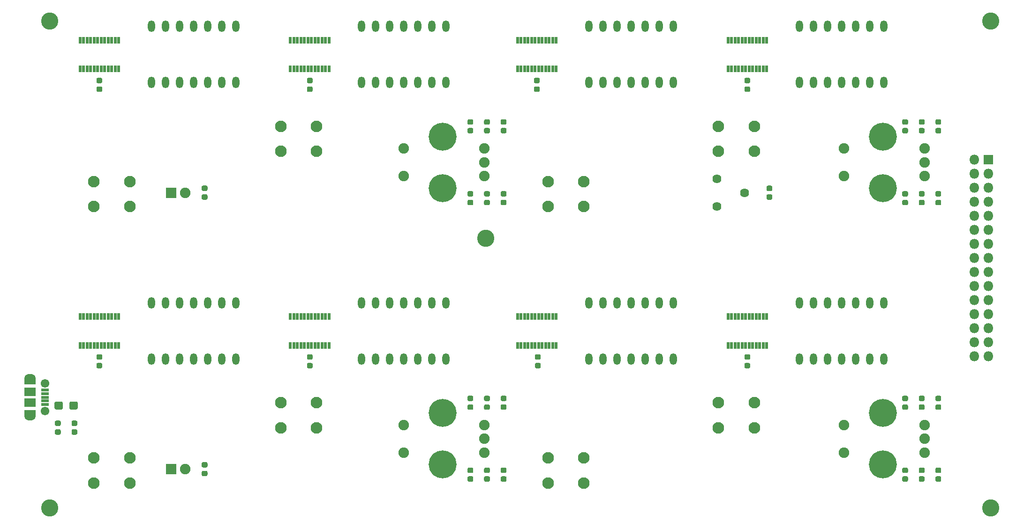
<source format=gbr>
%TF.GenerationSoftware,KiCad,Pcbnew,(5.1.6)-1*%
%TF.CreationDate,2020-09-26T15:19:52-07:00*%
%TF.ProjectId,Cessna 172 nav and com radio,43657373-6e61-4203-9137-32206e617620,rev?*%
%TF.SameCoordinates,Original*%
%TF.FileFunction,Soldermask,Bot*%
%TF.FilePolarity,Negative*%
%FSLAX46Y46*%
G04 Gerber Fmt 4.6, Leading zero omitted, Abs format (unit mm)*
G04 Created by KiCad (PCBNEW (5.1.6)-1) date 2020-09-26 15:19:52*
%MOMM*%
%LPD*%
G01*
G04 APERTURE LIST*
%ADD10C,3.100000*%
%ADD11R,0.500000X1.300000*%
%ADD12C,1.624000*%
%ADD13O,1.300000X2.100000*%
%ADD14C,1.900000*%
%ADD15R,1.900000X1.900000*%
%ADD16C,2.100000*%
%ADD17R,2.000000X1.600000*%
%ADD18C,1.550000*%
%ADD19R,1.450000X0.500000*%
%ADD20O,2.000000X1.300000*%
%ADD21R,2.000000X1.300000*%
%ADD22C,5.050000*%
%ADD23R,1.800000X1.800000*%
%ADD24O,1.800000X1.800000*%
G04 APERTURE END LIST*
D10*
%TO.C,H5*%
X113750000Y-74250000D03*
%TD*%
D11*
%TO.C,U1*%
X40507500Y-38400000D03*
X41142500Y-38400000D03*
X41777500Y-38400000D03*
X42412500Y-38400000D03*
X43047500Y-38400000D03*
X43682500Y-38400000D03*
X44317500Y-38400000D03*
X44952500Y-38400000D03*
X45587500Y-38400000D03*
X46222500Y-38400000D03*
X46857500Y-38400000D03*
X47492500Y-38400000D03*
X47492500Y-43600000D03*
X46857500Y-43600000D03*
X46222500Y-43600000D03*
X45587500Y-43600000D03*
X44952500Y-43600000D03*
X44317500Y-43600000D03*
X43682500Y-43600000D03*
X43047500Y-43600000D03*
X42412500Y-43600000D03*
X41777500Y-43600000D03*
X41142500Y-43600000D03*
X40507500Y-43600000D03*
%TD*%
D12*
%TO.C,RV1*%
X155500000Y-68500000D03*
X155500000Y-63500000D03*
X160500000Y-66000000D03*
%TD*%
D10*
%TO.C,H3*%
X205000000Y-35000000D03*
%TD*%
%TO.C,H4*%
X205000000Y-123000000D03*
%TD*%
%TO.C,H2*%
X35000000Y-123000000D03*
%TD*%
%TO.C,H1*%
X35000000Y-35000000D03*
%TD*%
D13*
%TO.C,U2*%
X68620000Y-46080000D03*
X68620000Y-35920000D03*
X66080000Y-46080000D03*
X66080000Y-35920000D03*
X63540000Y-46080000D03*
X63540000Y-35920000D03*
X61000000Y-46080000D03*
X61000000Y-35920000D03*
X58460000Y-46080000D03*
X58460000Y-35920000D03*
X55920000Y-46080000D03*
X55920000Y-35920000D03*
X53380000Y-46080000D03*
X53380000Y-35920000D03*
%TD*%
%TO.C,U4*%
X106620000Y-46080000D03*
X106620000Y-35920000D03*
X104080000Y-46080000D03*
X104080000Y-35920000D03*
X101540000Y-46080000D03*
X101540000Y-35920000D03*
X99000000Y-46080000D03*
X99000000Y-35920000D03*
X96460000Y-46080000D03*
X96460000Y-35920000D03*
X93920000Y-46080000D03*
X93920000Y-35920000D03*
X91380000Y-46080000D03*
X91380000Y-35920000D03*
%TD*%
%TO.C,U6*%
X147620000Y-46080000D03*
X147620000Y-35920000D03*
X145080000Y-46080000D03*
X145080000Y-35920000D03*
X142540000Y-46080000D03*
X142540000Y-35920000D03*
X140000000Y-46080000D03*
X140000000Y-35920000D03*
X137460000Y-46080000D03*
X137460000Y-35920000D03*
X134920000Y-46080000D03*
X134920000Y-35920000D03*
X132380000Y-46080000D03*
X132380000Y-35920000D03*
%TD*%
%TO.C,U8*%
X185620000Y-46080000D03*
X185620000Y-35920000D03*
X183080000Y-46080000D03*
X183080000Y-35920000D03*
X180540000Y-46080000D03*
X180540000Y-35920000D03*
X178000000Y-46080000D03*
X178000000Y-35920000D03*
X175460000Y-46080000D03*
X175460000Y-35920000D03*
X172920000Y-46080000D03*
X172920000Y-35920000D03*
X170380000Y-46080000D03*
X170380000Y-35920000D03*
%TD*%
D14*
%TO.C,D3*%
X59540000Y-66000000D03*
D15*
X57000000Y-66000000D03*
%TD*%
D11*
%TO.C,U3*%
X78507500Y-43600000D03*
X79142500Y-43600000D03*
X79777500Y-43600000D03*
X80412500Y-43600000D03*
X81047500Y-43600000D03*
X81682500Y-43600000D03*
X82317500Y-43600000D03*
X82952500Y-43600000D03*
X83587500Y-43600000D03*
X84222500Y-43600000D03*
X84857500Y-43600000D03*
X85492500Y-43600000D03*
X85492500Y-38400000D03*
X84857500Y-38400000D03*
X84222500Y-38400000D03*
X83587500Y-38400000D03*
X82952500Y-38400000D03*
X82317500Y-38400000D03*
X81682500Y-38400000D03*
X81047500Y-38400000D03*
X80412500Y-38400000D03*
X79777500Y-38400000D03*
X79142500Y-38400000D03*
X78507500Y-38400000D03*
%TD*%
%TO.C,U5*%
X119507500Y-43600000D03*
X120142500Y-43600000D03*
X120777500Y-43600000D03*
X121412500Y-43600000D03*
X122047500Y-43600000D03*
X122682500Y-43600000D03*
X123317500Y-43600000D03*
X123952500Y-43600000D03*
X124587500Y-43600000D03*
X125222500Y-43600000D03*
X125857500Y-43600000D03*
X126492500Y-43600000D03*
X126492500Y-38400000D03*
X125857500Y-38400000D03*
X125222500Y-38400000D03*
X124587500Y-38400000D03*
X123952500Y-38400000D03*
X123317500Y-38400000D03*
X122682500Y-38400000D03*
X122047500Y-38400000D03*
X121412500Y-38400000D03*
X120777500Y-38400000D03*
X120142500Y-38400000D03*
X119507500Y-38400000D03*
%TD*%
%TO.C,U7*%
X157507500Y-38400000D03*
X158142500Y-38400000D03*
X158777500Y-38400000D03*
X159412500Y-38400000D03*
X160047500Y-38400000D03*
X160682500Y-38400000D03*
X161317500Y-38400000D03*
X161952500Y-38400000D03*
X162587500Y-38400000D03*
X163222500Y-38400000D03*
X163857500Y-38400000D03*
X164492500Y-38400000D03*
X164492500Y-43600000D03*
X163857500Y-43600000D03*
X163222500Y-43600000D03*
X162587500Y-43600000D03*
X161952500Y-43600000D03*
X161317500Y-43600000D03*
X160682500Y-43600000D03*
X160047500Y-43600000D03*
X159412500Y-43600000D03*
X158777500Y-43600000D03*
X158142500Y-43600000D03*
X157507500Y-43600000D03*
%TD*%
D16*
%TO.C,SW1*%
X76750000Y-58500000D03*
X76750000Y-54000000D03*
X83250000Y-58500000D03*
X83250000Y-54000000D03*
%TD*%
%TO.C,SW2*%
X162250000Y-54000000D03*
X162250000Y-58500000D03*
X155750000Y-54000000D03*
X155750000Y-58500000D03*
%TD*%
%TO.C,SW3*%
X125000000Y-68500000D03*
X125000000Y-64000000D03*
X131500000Y-68500000D03*
X131500000Y-64000000D03*
%TD*%
D17*
%TO.C,J2*%
X31462500Y-102000000D03*
D18*
X34162500Y-105500000D03*
D19*
X34162500Y-103650000D03*
X34162500Y-104300000D03*
X34162500Y-101700000D03*
X34162500Y-102350000D03*
X34162500Y-103000000D03*
D18*
X34162500Y-100500000D03*
D17*
X31462500Y-104000000D03*
D20*
X31462500Y-106500000D03*
X31462500Y-99500000D03*
D21*
X31462500Y-100100000D03*
X31462500Y-105900000D03*
%TD*%
D22*
%TO.C,J3*%
X106000000Y-55850000D03*
X106000000Y-65150000D03*
D14*
X99000000Y-58000000D03*
X99000000Y-63000000D03*
X113500000Y-60500000D03*
X113500000Y-58000000D03*
X113500000Y-63000000D03*
%TD*%
%TO.C,J4*%
X193000000Y-63000000D03*
X193000000Y-58000000D03*
X193000000Y-60500000D03*
X178500000Y-63000000D03*
X178500000Y-58000000D03*
D22*
X185500000Y-65150000D03*
X185500000Y-55850000D03*
%TD*%
D14*
%TO.C,D6*%
X59540000Y-116000000D03*
D15*
X57000000Y-116000000D03*
%TD*%
D14*
%TO.C,J1*%
X113500000Y-113000000D03*
X113500000Y-108000000D03*
X113500000Y-110500000D03*
X99000000Y-113000000D03*
X99000000Y-108000000D03*
D22*
X106000000Y-115150000D03*
X106000000Y-105850000D03*
%TD*%
%TO.C,J6*%
X185500000Y-105850000D03*
X185500000Y-115150000D03*
D14*
X178500000Y-108000000D03*
X178500000Y-113000000D03*
X193000000Y-110500000D03*
X193000000Y-108000000D03*
X193000000Y-113000000D03*
%TD*%
D16*
%TO.C,SW4*%
X76750000Y-108500000D03*
X76750000Y-104000000D03*
X83250000Y-108500000D03*
X83250000Y-104000000D03*
%TD*%
%TO.C,SW5*%
X162250000Y-104000000D03*
X162250000Y-108500000D03*
X155750000Y-104000000D03*
X155750000Y-108500000D03*
%TD*%
%TO.C,SW6*%
X125000000Y-118500000D03*
X125000000Y-114000000D03*
X131500000Y-118500000D03*
X131500000Y-114000000D03*
%TD*%
D11*
%TO.C,U9*%
X40507500Y-93600000D03*
X41142500Y-93600000D03*
X41777500Y-93600000D03*
X42412500Y-93600000D03*
X43047500Y-93600000D03*
X43682500Y-93600000D03*
X44317500Y-93600000D03*
X44952500Y-93600000D03*
X45587500Y-93600000D03*
X46222500Y-93600000D03*
X46857500Y-93600000D03*
X47492500Y-93600000D03*
X47492500Y-88400000D03*
X46857500Y-88400000D03*
X46222500Y-88400000D03*
X45587500Y-88400000D03*
X44952500Y-88400000D03*
X44317500Y-88400000D03*
X43682500Y-88400000D03*
X43047500Y-88400000D03*
X42412500Y-88400000D03*
X41777500Y-88400000D03*
X41142500Y-88400000D03*
X40507500Y-88400000D03*
%TD*%
D13*
%TO.C,U10*%
X53380000Y-85920000D03*
X53380000Y-96080000D03*
X55920000Y-85920000D03*
X55920000Y-96080000D03*
X58460000Y-85920000D03*
X58460000Y-96080000D03*
X61000000Y-85920000D03*
X61000000Y-96080000D03*
X63540000Y-85920000D03*
X63540000Y-96080000D03*
X66080000Y-85920000D03*
X66080000Y-96080000D03*
X68620000Y-85920000D03*
X68620000Y-96080000D03*
%TD*%
D11*
%TO.C,U11*%
X119507500Y-88400000D03*
X120142500Y-88400000D03*
X120777500Y-88400000D03*
X121412500Y-88400000D03*
X122047500Y-88400000D03*
X122682500Y-88400000D03*
X123317500Y-88400000D03*
X123952500Y-88400000D03*
X124587500Y-88400000D03*
X125222500Y-88400000D03*
X125857500Y-88400000D03*
X126492500Y-88400000D03*
X126492500Y-93600000D03*
X125857500Y-93600000D03*
X125222500Y-93600000D03*
X124587500Y-93600000D03*
X123952500Y-93600000D03*
X123317500Y-93600000D03*
X122682500Y-93600000D03*
X122047500Y-93600000D03*
X121412500Y-93600000D03*
X120777500Y-93600000D03*
X120142500Y-93600000D03*
X119507500Y-93600000D03*
%TD*%
D13*
%TO.C,U12*%
X147620000Y-96080000D03*
X147620000Y-85920000D03*
X145080000Y-96080000D03*
X145080000Y-85920000D03*
X142540000Y-96080000D03*
X142540000Y-85920000D03*
X140000000Y-96080000D03*
X140000000Y-85920000D03*
X137460000Y-96080000D03*
X137460000Y-85920000D03*
X134920000Y-96080000D03*
X134920000Y-85920000D03*
X132380000Y-96080000D03*
X132380000Y-85920000D03*
%TD*%
D11*
%TO.C,U13*%
X157507500Y-93600000D03*
X158142500Y-93600000D03*
X158777500Y-93600000D03*
X159412500Y-93600000D03*
X160047500Y-93600000D03*
X160682500Y-93600000D03*
X161317500Y-93600000D03*
X161952500Y-93600000D03*
X162587500Y-93600000D03*
X163222500Y-93600000D03*
X163857500Y-93600000D03*
X164492500Y-93600000D03*
X164492500Y-88400000D03*
X163857500Y-88400000D03*
X163222500Y-88400000D03*
X162587500Y-88400000D03*
X161952500Y-88400000D03*
X161317500Y-88400000D03*
X160682500Y-88400000D03*
X160047500Y-88400000D03*
X159412500Y-88400000D03*
X158777500Y-88400000D03*
X158142500Y-88400000D03*
X157507500Y-88400000D03*
%TD*%
D13*
%TO.C,U14*%
X185620000Y-96080000D03*
X185620000Y-85920000D03*
X183080000Y-96080000D03*
X183080000Y-85920000D03*
X180540000Y-96080000D03*
X180540000Y-85920000D03*
X178000000Y-96080000D03*
X178000000Y-85920000D03*
X175460000Y-96080000D03*
X175460000Y-85920000D03*
X172920000Y-96080000D03*
X172920000Y-85920000D03*
X170380000Y-96080000D03*
X170380000Y-85920000D03*
%TD*%
D11*
%TO.C,U15*%
X78507500Y-88400000D03*
X79142500Y-88400000D03*
X79777500Y-88400000D03*
X80412500Y-88400000D03*
X81047500Y-88400000D03*
X81682500Y-88400000D03*
X82317500Y-88400000D03*
X82952500Y-88400000D03*
X83587500Y-88400000D03*
X84222500Y-88400000D03*
X84857500Y-88400000D03*
X85492500Y-88400000D03*
X85492500Y-93600000D03*
X84857500Y-93600000D03*
X84222500Y-93600000D03*
X83587500Y-93600000D03*
X82952500Y-93600000D03*
X82317500Y-93600000D03*
X81682500Y-93600000D03*
X81047500Y-93600000D03*
X80412500Y-93600000D03*
X79777500Y-93600000D03*
X79142500Y-93600000D03*
X78507500Y-93600000D03*
%TD*%
D13*
%TO.C,U16*%
X91380000Y-85920000D03*
X91380000Y-96080000D03*
X93920000Y-85920000D03*
X93920000Y-96080000D03*
X96460000Y-85920000D03*
X96460000Y-96080000D03*
X99000000Y-85920000D03*
X99000000Y-96080000D03*
X101540000Y-85920000D03*
X101540000Y-96080000D03*
X104080000Y-85920000D03*
X104080000Y-96080000D03*
X106620000Y-85920000D03*
X106620000Y-96080000D03*
%TD*%
D16*
%TO.C,SW7*%
X43000000Y-68500000D03*
X43000000Y-64000000D03*
X49500000Y-68500000D03*
X49500000Y-64000000D03*
%TD*%
%TO.C,SW8*%
X49500000Y-114000000D03*
X49500000Y-118500000D03*
X43000000Y-114000000D03*
X43000000Y-118500000D03*
%TD*%
D23*
%TO.C,J5*%
X204500000Y-60000000D03*
D24*
X201960000Y-60000000D03*
X204500000Y-62540000D03*
X201960000Y-62540000D03*
X204500000Y-65080000D03*
X201960000Y-65080000D03*
X204500000Y-67620000D03*
X201960000Y-67620000D03*
X204500000Y-70160000D03*
X201960000Y-70160000D03*
X204500000Y-72700000D03*
X201960000Y-72700000D03*
X204500000Y-75240000D03*
X201960000Y-75240000D03*
X204500000Y-77780000D03*
X201960000Y-77780000D03*
X204500000Y-80320000D03*
X201960000Y-80320000D03*
X204500000Y-82860000D03*
X201960000Y-82860000D03*
X204500000Y-85400000D03*
X201960000Y-85400000D03*
X204500000Y-87940000D03*
X201960000Y-87940000D03*
X204500000Y-90480000D03*
X201960000Y-90480000D03*
X204500000Y-93020000D03*
X201960000Y-93020000D03*
X204500000Y-95560000D03*
X201960000Y-95560000D03*
%TD*%
%TO.C,C1*%
G36*
G01*
X35900000Y-104956482D02*
X35900000Y-104043518D01*
G75*
G02*
X36168518Y-103775000I268518J0D01*
G01*
X37131482Y-103775000D01*
G75*
G02*
X37400000Y-104043518I0J-268518D01*
G01*
X37400000Y-104956482D01*
G75*
G02*
X37131482Y-105225000I-268518J0D01*
G01*
X36168518Y-105225000D01*
G75*
G02*
X35900000Y-104956482I0J268518D01*
G01*
G37*
G36*
G01*
X38600000Y-104956482D02*
X38600000Y-104043518D01*
G75*
G02*
X38868518Y-103775000I268518J0D01*
G01*
X39831482Y-103775000D01*
G75*
G02*
X40100000Y-104043518I0J-268518D01*
G01*
X40100000Y-104956482D01*
G75*
G02*
X39831482Y-105225000I-268518J0D01*
G01*
X38868518Y-105225000D01*
G75*
G02*
X38600000Y-104956482I0J268518D01*
G01*
G37*
%TD*%
%TO.C,C2*%
G36*
G01*
X43718750Y-45225000D02*
X44281250Y-45225000D01*
G75*
G02*
X44525000Y-45468750I0J-243750D01*
G01*
X44525000Y-45956250D01*
G75*
G02*
X44281250Y-46200000I-243750J0D01*
G01*
X43718750Y-46200000D01*
G75*
G02*
X43475000Y-45956250I0J243750D01*
G01*
X43475000Y-45468750D01*
G75*
G02*
X43718750Y-45225000I243750J0D01*
G01*
G37*
G36*
G01*
X43718750Y-46800000D02*
X44281250Y-46800000D01*
G75*
G02*
X44525000Y-47043750I0J-243750D01*
G01*
X44525000Y-47531250D01*
G75*
G02*
X44281250Y-47775000I-243750J0D01*
G01*
X43718750Y-47775000D01*
G75*
G02*
X43475000Y-47531250I0J243750D01*
G01*
X43475000Y-47043750D01*
G75*
G02*
X43718750Y-46800000I243750J0D01*
G01*
G37*
%TD*%
%TO.C,C3*%
G36*
G01*
X81718750Y-46800000D02*
X82281250Y-46800000D01*
G75*
G02*
X82525000Y-47043750I0J-243750D01*
G01*
X82525000Y-47531250D01*
G75*
G02*
X82281250Y-47775000I-243750J0D01*
G01*
X81718750Y-47775000D01*
G75*
G02*
X81475000Y-47531250I0J243750D01*
G01*
X81475000Y-47043750D01*
G75*
G02*
X81718750Y-46800000I243750J0D01*
G01*
G37*
G36*
G01*
X81718750Y-45225000D02*
X82281250Y-45225000D01*
G75*
G02*
X82525000Y-45468750I0J-243750D01*
G01*
X82525000Y-45956250D01*
G75*
G02*
X82281250Y-46200000I-243750J0D01*
G01*
X81718750Y-46200000D01*
G75*
G02*
X81475000Y-45956250I0J243750D01*
G01*
X81475000Y-45468750D01*
G75*
G02*
X81718750Y-45225000I243750J0D01*
G01*
G37*
%TD*%
%TO.C,C4*%
G36*
G01*
X122718750Y-46800000D02*
X123281250Y-46800000D01*
G75*
G02*
X123525000Y-47043750I0J-243750D01*
G01*
X123525000Y-47531250D01*
G75*
G02*
X123281250Y-47775000I-243750J0D01*
G01*
X122718750Y-47775000D01*
G75*
G02*
X122475000Y-47531250I0J243750D01*
G01*
X122475000Y-47043750D01*
G75*
G02*
X122718750Y-46800000I243750J0D01*
G01*
G37*
G36*
G01*
X122718750Y-45225000D02*
X123281250Y-45225000D01*
G75*
G02*
X123525000Y-45468750I0J-243750D01*
G01*
X123525000Y-45956250D01*
G75*
G02*
X123281250Y-46200000I-243750J0D01*
G01*
X122718750Y-46200000D01*
G75*
G02*
X122475000Y-45956250I0J243750D01*
G01*
X122475000Y-45468750D01*
G75*
G02*
X122718750Y-45225000I243750J0D01*
G01*
G37*
%TD*%
%TO.C,C5*%
G36*
G01*
X160718750Y-45225000D02*
X161281250Y-45225000D01*
G75*
G02*
X161525000Y-45468750I0J-243750D01*
G01*
X161525000Y-45956250D01*
G75*
G02*
X161281250Y-46200000I-243750J0D01*
G01*
X160718750Y-46200000D01*
G75*
G02*
X160475000Y-45956250I0J243750D01*
G01*
X160475000Y-45468750D01*
G75*
G02*
X160718750Y-45225000I243750J0D01*
G01*
G37*
G36*
G01*
X160718750Y-46800000D02*
X161281250Y-46800000D01*
G75*
G02*
X161525000Y-47043750I0J-243750D01*
G01*
X161525000Y-47531250D01*
G75*
G02*
X161281250Y-47775000I-243750J0D01*
G01*
X160718750Y-47775000D01*
G75*
G02*
X160475000Y-47531250I0J243750D01*
G01*
X160475000Y-47043750D01*
G75*
G02*
X160718750Y-46800000I243750J0D01*
G01*
G37*
%TD*%
%TO.C,C6*%
G36*
G01*
X114281250Y-68275000D02*
X113718750Y-68275000D01*
G75*
G02*
X113475000Y-68031250I0J243750D01*
G01*
X113475000Y-67543750D01*
G75*
G02*
X113718750Y-67300000I243750J0D01*
G01*
X114281250Y-67300000D01*
G75*
G02*
X114525000Y-67543750I0J-243750D01*
G01*
X114525000Y-68031250D01*
G75*
G02*
X114281250Y-68275000I-243750J0D01*
G01*
G37*
G36*
G01*
X114281250Y-66700000D02*
X113718750Y-66700000D01*
G75*
G02*
X113475000Y-66456250I0J243750D01*
G01*
X113475000Y-65968750D01*
G75*
G02*
X113718750Y-65725000I243750J0D01*
G01*
X114281250Y-65725000D01*
G75*
G02*
X114525000Y-65968750I0J-243750D01*
G01*
X114525000Y-66456250D01*
G75*
G02*
X114281250Y-66700000I-243750J0D01*
G01*
G37*
%TD*%
%TO.C,C7*%
G36*
G01*
X114281250Y-53700000D02*
X113718750Y-53700000D01*
G75*
G02*
X113475000Y-53456250I0J243750D01*
G01*
X113475000Y-52968750D01*
G75*
G02*
X113718750Y-52725000I243750J0D01*
G01*
X114281250Y-52725000D01*
G75*
G02*
X114525000Y-52968750I0J-243750D01*
G01*
X114525000Y-53456250D01*
G75*
G02*
X114281250Y-53700000I-243750J0D01*
G01*
G37*
G36*
G01*
X114281250Y-55275000D02*
X113718750Y-55275000D01*
G75*
G02*
X113475000Y-55031250I0J243750D01*
G01*
X113475000Y-54543750D01*
G75*
G02*
X113718750Y-54300000I243750J0D01*
G01*
X114281250Y-54300000D01*
G75*
G02*
X114525000Y-54543750I0J-243750D01*
G01*
X114525000Y-55031250D01*
G75*
G02*
X114281250Y-55275000I-243750J0D01*
G01*
G37*
%TD*%
%TO.C,C8*%
G36*
G01*
X192781250Y-68275000D02*
X192218750Y-68275000D01*
G75*
G02*
X191975000Y-68031250I0J243750D01*
G01*
X191975000Y-67543750D01*
G75*
G02*
X192218750Y-67300000I243750J0D01*
G01*
X192781250Y-67300000D01*
G75*
G02*
X193025000Y-67543750I0J-243750D01*
G01*
X193025000Y-68031250D01*
G75*
G02*
X192781250Y-68275000I-243750J0D01*
G01*
G37*
G36*
G01*
X192781250Y-66700000D02*
X192218750Y-66700000D01*
G75*
G02*
X191975000Y-66456250I0J243750D01*
G01*
X191975000Y-65968750D01*
G75*
G02*
X192218750Y-65725000I243750J0D01*
G01*
X192781250Y-65725000D01*
G75*
G02*
X193025000Y-65968750I0J-243750D01*
G01*
X193025000Y-66456250D01*
G75*
G02*
X192781250Y-66700000I-243750J0D01*
G01*
G37*
%TD*%
%TO.C,C9*%
G36*
G01*
X192781250Y-53700000D02*
X192218750Y-53700000D01*
G75*
G02*
X191975000Y-53456250I0J243750D01*
G01*
X191975000Y-52968750D01*
G75*
G02*
X192218750Y-52725000I243750J0D01*
G01*
X192781250Y-52725000D01*
G75*
G02*
X193025000Y-52968750I0J-243750D01*
G01*
X193025000Y-53456250D01*
G75*
G02*
X192781250Y-53700000I-243750J0D01*
G01*
G37*
G36*
G01*
X192781250Y-55275000D02*
X192218750Y-55275000D01*
G75*
G02*
X191975000Y-55031250I0J243750D01*
G01*
X191975000Y-54543750D01*
G75*
G02*
X192218750Y-54300000I243750J0D01*
G01*
X192781250Y-54300000D01*
G75*
G02*
X193025000Y-54543750I0J-243750D01*
G01*
X193025000Y-55031250D01*
G75*
G02*
X192781250Y-55275000I-243750J0D01*
G01*
G37*
%TD*%
%TO.C,C12*%
G36*
G01*
X43718750Y-95225000D02*
X44281250Y-95225000D01*
G75*
G02*
X44525000Y-95468750I0J-243750D01*
G01*
X44525000Y-95956250D01*
G75*
G02*
X44281250Y-96200000I-243750J0D01*
G01*
X43718750Y-96200000D01*
G75*
G02*
X43475000Y-95956250I0J243750D01*
G01*
X43475000Y-95468750D01*
G75*
G02*
X43718750Y-95225000I243750J0D01*
G01*
G37*
G36*
G01*
X43718750Y-96800000D02*
X44281250Y-96800000D01*
G75*
G02*
X44525000Y-97043750I0J-243750D01*
G01*
X44525000Y-97531250D01*
G75*
G02*
X44281250Y-97775000I-243750J0D01*
G01*
X43718750Y-97775000D01*
G75*
G02*
X43475000Y-97531250I0J243750D01*
G01*
X43475000Y-97043750D01*
G75*
G02*
X43718750Y-96800000I243750J0D01*
G01*
G37*
%TD*%
%TO.C,C13*%
G36*
G01*
X81718750Y-96800000D02*
X82281250Y-96800000D01*
G75*
G02*
X82525000Y-97043750I0J-243750D01*
G01*
X82525000Y-97531250D01*
G75*
G02*
X82281250Y-97775000I-243750J0D01*
G01*
X81718750Y-97775000D01*
G75*
G02*
X81475000Y-97531250I0J243750D01*
G01*
X81475000Y-97043750D01*
G75*
G02*
X81718750Y-96800000I243750J0D01*
G01*
G37*
G36*
G01*
X81718750Y-95225000D02*
X82281250Y-95225000D01*
G75*
G02*
X82525000Y-95468750I0J-243750D01*
G01*
X82525000Y-95956250D01*
G75*
G02*
X82281250Y-96200000I-243750J0D01*
G01*
X81718750Y-96200000D01*
G75*
G02*
X81475000Y-95956250I0J243750D01*
G01*
X81475000Y-95468750D01*
G75*
G02*
X81718750Y-95225000I243750J0D01*
G01*
G37*
%TD*%
%TO.C,C14*%
G36*
G01*
X122908750Y-96800000D02*
X123471250Y-96800000D01*
G75*
G02*
X123715000Y-97043750I0J-243750D01*
G01*
X123715000Y-97531250D01*
G75*
G02*
X123471250Y-97775000I-243750J0D01*
G01*
X122908750Y-97775000D01*
G75*
G02*
X122665000Y-97531250I0J243750D01*
G01*
X122665000Y-97043750D01*
G75*
G02*
X122908750Y-96800000I243750J0D01*
G01*
G37*
G36*
G01*
X122908750Y-95225000D02*
X123471250Y-95225000D01*
G75*
G02*
X123715000Y-95468750I0J-243750D01*
G01*
X123715000Y-95956250D01*
G75*
G02*
X123471250Y-96200000I-243750J0D01*
G01*
X122908750Y-96200000D01*
G75*
G02*
X122665000Y-95956250I0J243750D01*
G01*
X122665000Y-95468750D01*
G75*
G02*
X122908750Y-95225000I243750J0D01*
G01*
G37*
%TD*%
%TO.C,C15*%
G36*
G01*
X160718750Y-96800000D02*
X161281250Y-96800000D01*
G75*
G02*
X161525000Y-97043750I0J-243750D01*
G01*
X161525000Y-97531250D01*
G75*
G02*
X161281250Y-97775000I-243750J0D01*
G01*
X160718750Y-97775000D01*
G75*
G02*
X160475000Y-97531250I0J243750D01*
G01*
X160475000Y-97043750D01*
G75*
G02*
X160718750Y-96800000I243750J0D01*
G01*
G37*
G36*
G01*
X160718750Y-95225000D02*
X161281250Y-95225000D01*
G75*
G02*
X161525000Y-95468750I0J-243750D01*
G01*
X161525000Y-95956250D01*
G75*
G02*
X161281250Y-96200000I-243750J0D01*
G01*
X160718750Y-96200000D01*
G75*
G02*
X160475000Y-95956250I0J243750D01*
G01*
X160475000Y-95468750D01*
G75*
G02*
X160718750Y-95225000I243750J0D01*
G01*
G37*
%TD*%
%TO.C,C16*%
G36*
G01*
X114281250Y-116700000D02*
X113718750Y-116700000D01*
G75*
G02*
X113475000Y-116456250I0J243750D01*
G01*
X113475000Y-115968750D01*
G75*
G02*
X113718750Y-115725000I243750J0D01*
G01*
X114281250Y-115725000D01*
G75*
G02*
X114525000Y-115968750I0J-243750D01*
G01*
X114525000Y-116456250D01*
G75*
G02*
X114281250Y-116700000I-243750J0D01*
G01*
G37*
G36*
G01*
X114281250Y-118275000D02*
X113718750Y-118275000D01*
G75*
G02*
X113475000Y-118031250I0J243750D01*
G01*
X113475000Y-117543750D01*
G75*
G02*
X113718750Y-117300000I243750J0D01*
G01*
X114281250Y-117300000D01*
G75*
G02*
X114525000Y-117543750I0J-243750D01*
G01*
X114525000Y-118031250D01*
G75*
G02*
X114281250Y-118275000I-243750J0D01*
G01*
G37*
%TD*%
%TO.C,C17*%
G36*
G01*
X114281250Y-105275000D02*
X113718750Y-105275000D01*
G75*
G02*
X113475000Y-105031250I0J243750D01*
G01*
X113475000Y-104543750D01*
G75*
G02*
X113718750Y-104300000I243750J0D01*
G01*
X114281250Y-104300000D01*
G75*
G02*
X114525000Y-104543750I0J-243750D01*
G01*
X114525000Y-105031250D01*
G75*
G02*
X114281250Y-105275000I-243750J0D01*
G01*
G37*
G36*
G01*
X114281250Y-103700000D02*
X113718750Y-103700000D01*
G75*
G02*
X113475000Y-103456250I0J243750D01*
G01*
X113475000Y-102968750D01*
G75*
G02*
X113718750Y-102725000I243750J0D01*
G01*
X114281250Y-102725000D01*
G75*
G02*
X114525000Y-102968750I0J-243750D01*
G01*
X114525000Y-103456250D01*
G75*
G02*
X114281250Y-103700000I-243750J0D01*
G01*
G37*
%TD*%
%TO.C,C18*%
G36*
G01*
X192781250Y-118275000D02*
X192218750Y-118275000D01*
G75*
G02*
X191975000Y-118031250I0J243750D01*
G01*
X191975000Y-117543750D01*
G75*
G02*
X192218750Y-117300000I243750J0D01*
G01*
X192781250Y-117300000D01*
G75*
G02*
X193025000Y-117543750I0J-243750D01*
G01*
X193025000Y-118031250D01*
G75*
G02*
X192781250Y-118275000I-243750J0D01*
G01*
G37*
G36*
G01*
X192781250Y-116700000D02*
X192218750Y-116700000D01*
G75*
G02*
X191975000Y-116456250I0J243750D01*
G01*
X191975000Y-115968750D01*
G75*
G02*
X192218750Y-115725000I243750J0D01*
G01*
X192781250Y-115725000D01*
G75*
G02*
X193025000Y-115968750I0J-243750D01*
G01*
X193025000Y-116456250D01*
G75*
G02*
X192781250Y-116700000I-243750J0D01*
G01*
G37*
%TD*%
%TO.C,C19*%
G36*
G01*
X192781250Y-105275000D02*
X192218750Y-105275000D01*
G75*
G02*
X191975000Y-105031250I0J243750D01*
G01*
X191975000Y-104543750D01*
G75*
G02*
X192218750Y-104300000I243750J0D01*
G01*
X192781250Y-104300000D01*
G75*
G02*
X193025000Y-104543750I0J-243750D01*
G01*
X193025000Y-105031250D01*
G75*
G02*
X192781250Y-105275000I-243750J0D01*
G01*
G37*
G36*
G01*
X192781250Y-103700000D02*
X192218750Y-103700000D01*
G75*
G02*
X191975000Y-103456250I0J243750D01*
G01*
X191975000Y-102968750D01*
G75*
G02*
X192218750Y-102725000I243750J0D01*
G01*
X192781250Y-102725000D01*
G75*
G02*
X193025000Y-102968750I0J-243750D01*
G01*
X193025000Y-103456250D01*
G75*
G02*
X192781250Y-103700000I-243750J0D01*
G01*
G37*
%TD*%
%TO.C,D1*%
G36*
G01*
X39218750Y-107225000D02*
X39781250Y-107225000D01*
G75*
G02*
X40025000Y-107468750I0J-243750D01*
G01*
X40025000Y-107956250D01*
G75*
G02*
X39781250Y-108200000I-243750J0D01*
G01*
X39218750Y-108200000D01*
G75*
G02*
X38975000Y-107956250I0J243750D01*
G01*
X38975000Y-107468750D01*
G75*
G02*
X39218750Y-107225000I243750J0D01*
G01*
G37*
G36*
G01*
X39218750Y-108800000D02*
X39781250Y-108800000D01*
G75*
G02*
X40025000Y-109043750I0J-243750D01*
G01*
X40025000Y-109531250D01*
G75*
G02*
X39781250Y-109775000I-243750J0D01*
G01*
X39218750Y-109775000D01*
G75*
G02*
X38975000Y-109531250I0J243750D01*
G01*
X38975000Y-109043750D01*
G75*
G02*
X39218750Y-108800000I243750J0D01*
G01*
G37*
%TD*%
%TO.C,R1*%
G36*
G01*
X164718750Y-64725000D02*
X165281250Y-64725000D01*
G75*
G02*
X165525000Y-64968750I0J-243750D01*
G01*
X165525000Y-65456250D01*
G75*
G02*
X165281250Y-65700000I-243750J0D01*
G01*
X164718750Y-65700000D01*
G75*
G02*
X164475000Y-65456250I0J243750D01*
G01*
X164475000Y-64968750D01*
G75*
G02*
X164718750Y-64725000I243750J0D01*
G01*
G37*
G36*
G01*
X164718750Y-66300000D02*
X165281250Y-66300000D01*
G75*
G02*
X165525000Y-66543750I0J-243750D01*
G01*
X165525000Y-67031250D01*
G75*
G02*
X165281250Y-67275000I-243750J0D01*
G01*
X164718750Y-67275000D01*
G75*
G02*
X164475000Y-67031250I0J243750D01*
G01*
X164475000Y-66543750D01*
G75*
G02*
X164718750Y-66300000I243750J0D01*
G01*
G37*
%TD*%
%TO.C,R2*%
G36*
G01*
X36218750Y-108800000D02*
X36781250Y-108800000D01*
G75*
G02*
X37025000Y-109043750I0J-243750D01*
G01*
X37025000Y-109531250D01*
G75*
G02*
X36781250Y-109775000I-243750J0D01*
G01*
X36218750Y-109775000D01*
G75*
G02*
X35975000Y-109531250I0J243750D01*
G01*
X35975000Y-109043750D01*
G75*
G02*
X36218750Y-108800000I243750J0D01*
G01*
G37*
G36*
G01*
X36218750Y-107225000D02*
X36781250Y-107225000D01*
G75*
G02*
X37025000Y-107468750I0J-243750D01*
G01*
X37025000Y-107956250D01*
G75*
G02*
X36781250Y-108200000I-243750J0D01*
G01*
X36218750Y-108200000D01*
G75*
G02*
X35975000Y-107956250I0J243750D01*
G01*
X35975000Y-107468750D01*
G75*
G02*
X36218750Y-107225000I243750J0D01*
G01*
G37*
%TD*%
%TO.C,R4*%
G36*
G01*
X63281250Y-67275000D02*
X62718750Y-67275000D01*
G75*
G02*
X62475000Y-67031250I0J243750D01*
G01*
X62475000Y-66543750D01*
G75*
G02*
X62718750Y-66300000I243750J0D01*
G01*
X63281250Y-66300000D01*
G75*
G02*
X63525000Y-66543750I0J-243750D01*
G01*
X63525000Y-67031250D01*
G75*
G02*
X63281250Y-67275000I-243750J0D01*
G01*
G37*
G36*
G01*
X63281250Y-65700000D02*
X62718750Y-65700000D01*
G75*
G02*
X62475000Y-65456250I0J243750D01*
G01*
X62475000Y-64968750D01*
G75*
G02*
X62718750Y-64725000I243750J0D01*
G01*
X63281250Y-64725000D01*
G75*
G02*
X63525000Y-64968750I0J-243750D01*
G01*
X63525000Y-65456250D01*
G75*
G02*
X63281250Y-65700000I-243750J0D01*
G01*
G37*
%TD*%
%TO.C,R5*%
G36*
G01*
X111281250Y-66700000D02*
X110718750Y-66700000D01*
G75*
G02*
X110475000Y-66456250I0J243750D01*
G01*
X110475000Y-65968750D01*
G75*
G02*
X110718750Y-65725000I243750J0D01*
G01*
X111281250Y-65725000D01*
G75*
G02*
X111525000Y-65968750I0J-243750D01*
G01*
X111525000Y-66456250D01*
G75*
G02*
X111281250Y-66700000I-243750J0D01*
G01*
G37*
G36*
G01*
X111281250Y-68275000D02*
X110718750Y-68275000D01*
G75*
G02*
X110475000Y-68031250I0J243750D01*
G01*
X110475000Y-67543750D01*
G75*
G02*
X110718750Y-67300000I243750J0D01*
G01*
X111281250Y-67300000D01*
G75*
G02*
X111525000Y-67543750I0J-243750D01*
G01*
X111525000Y-68031250D01*
G75*
G02*
X111281250Y-68275000I-243750J0D01*
G01*
G37*
%TD*%
%TO.C,R6*%
G36*
G01*
X111281250Y-53700000D02*
X110718750Y-53700000D01*
G75*
G02*
X110475000Y-53456250I0J243750D01*
G01*
X110475000Y-52968750D01*
G75*
G02*
X110718750Y-52725000I243750J0D01*
G01*
X111281250Y-52725000D01*
G75*
G02*
X111525000Y-52968750I0J-243750D01*
G01*
X111525000Y-53456250D01*
G75*
G02*
X111281250Y-53700000I-243750J0D01*
G01*
G37*
G36*
G01*
X111281250Y-55275000D02*
X110718750Y-55275000D01*
G75*
G02*
X110475000Y-55031250I0J243750D01*
G01*
X110475000Y-54543750D01*
G75*
G02*
X110718750Y-54300000I243750J0D01*
G01*
X111281250Y-54300000D01*
G75*
G02*
X111525000Y-54543750I0J-243750D01*
G01*
X111525000Y-55031250D01*
G75*
G02*
X111281250Y-55275000I-243750J0D01*
G01*
G37*
%TD*%
%TO.C,R7*%
G36*
G01*
X117281250Y-66700000D02*
X116718750Y-66700000D01*
G75*
G02*
X116475000Y-66456250I0J243750D01*
G01*
X116475000Y-65968750D01*
G75*
G02*
X116718750Y-65725000I243750J0D01*
G01*
X117281250Y-65725000D01*
G75*
G02*
X117525000Y-65968750I0J-243750D01*
G01*
X117525000Y-66456250D01*
G75*
G02*
X117281250Y-66700000I-243750J0D01*
G01*
G37*
G36*
G01*
X117281250Y-68275000D02*
X116718750Y-68275000D01*
G75*
G02*
X116475000Y-68031250I0J243750D01*
G01*
X116475000Y-67543750D01*
G75*
G02*
X116718750Y-67300000I243750J0D01*
G01*
X117281250Y-67300000D01*
G75*
G02*
X117525000Y-67543750I0J-243750D01*
G01*
X117525000Y-68031250D01*
G75*
G02*
X117281250Y-68275000I-243750J0D01*
G01*
G37*
%TD*%
%TO.C,R8*%
G36*
G01*
X117281250Y-55275000D02*
X116718750Y-55275000D01*
G75*
G02*
X116475000Y-55031250I0J243750D01*
G01*
X116475000Y-54543750D01*
G75*
G02*
X116718750Y-54300000I243750J0D01*
G01*
X117281250Y-54300000D01*
G75*
G02*
X117525000Y-54543750I0J-243750D01*
G01*
X117525000Y-55031250D01*
G75*
G02*
X117281250Y-55275000I-243750J0D01*
G01*
G37*
G36*
G01*
X117281250Y-53700000D02*
X116718750Y-53700000D01*
G75*
G02*
X116475000Y-53456250I0J243750D01*
G01*
X116475000Y-52968750D01*
G75*
G02*
X116718750Y-52725000I243750J0D01*
G01*
X117281250Y-52725000D01*
G75*
G02*
X117525000Y-52968750I0J-243750D01*
G01*
X117525000Y-53456250D01*
G75*
G02*
X117281250Y-53700000I-243750J0D01*
G01*
G37*
%TD*%
%TO.C,R9*%
G36*
G01*
X189218750Y-67300000D02*
X189781250Y-67300000D01*
G75*
G02*
X190025000Y-67543750I0J-243750D01*
G01*
X190025000Y-68031250D01*
G75*
G02*
X189781250Y-68275000I-243750J0D01*
G01*
X189218750Y-68275000D01*
G75*
G02*
X188975000Y-68031250I0J243750D01*
G01*
X188975000Y-67543750D01*
G75*
G02*
X189218750Y-67300000I243750J0D01*
G01*
G37*
G36*
G01*
X189218750Y-65725000D02*
X189781250Y-65725000D01*
G75*
G02*
X190025000Y-65968750I0J-243750D01*
G01*
X190025000Y-66456250D01*
G75*
G02*
X189781250Y-66700000I-243750J0D01*
G01*
X189218750Y-66700000D01*
G75*
G02*
X188975000Y-66456250I0J243750D01*
G01*
X188975000Y-65968750D01*
G75*
G02*
X189218750Y-65725000I243750J0D01*
G01*
G37*
%TD*%
%TO.C,R10*%
G36*
G01*
X189781250Y-55275000D02*
X189218750Y-55275000D01*
G75*
G02*
X188975000Y-55031250I0J243750D01*
G01*
X188975000Y-54543750D01*
G75*
G02*
X189218750Y-54300000I243750J0D01*
G01*
X189781250Y-54300000D01*
G75*
G02*
X190025000Y-54543750I0J-243750D01*
G01*
X190025000Y-55031250D01*
G75*
G02*
X189781250Y-55275000I-243750J0D01*
G01*
G37*
G36*
G01*
X189781250Y-53700000D02*
X189218750Y-53700000D01*
G75*
G02*
X188975000Y-53456250I0J243750D01*
G01*
X188975000Y-52968750D01*
G75*
G02*
X189218750Y-52725000I243750J0D01*
G01*
X189781250Y-52725000D01*
G75*
G02*
X190025000Y-52968750I0J-243750D01*
G01*
X190025000Y-53456250D01*
G75*
G02*
X189781250Y-53700000I-243750J0D01*
G01*
G37*
%TD*%
%TO.C,R11*%
G36*
G01*
X195781250Y-68275000D02*
X195218750Y-68275000D01*
G75*
G02*
X194975000Y-68031250I0J243750D01*
G01*
X194975000Y-67543750D01*
G75*
G02*
X195218750Y-67300000I243750J0D01*
G01*
X195781250Y-67300000D01*
G75*
G02*
X196025000Y-67543750I0J-243750D01*
G01*
X196025000Y-68031250D01*
G75*
G02*
X195781250Y-68275000I-243750J0D01*
G01*
G37*
G36*
G01*
X195781250Y-66700000D02*
X195218750Y-66700000D01*
G75*
G02*
X194975000Y-66456250I0J243750D01*
G01*
X194975000Y-65968750D01*
G75*
G02*
X195218750Y-65725000I243750J0D01*
G01*
X195781250Y-65725000D01*
G75*
G02*
X196025000Y-65968750I0J-243750D01*
G01*
X196025000Y-66456250D01*
G75*
G02*
X195781250Y-66700000I-243750J0D01*
G01*
G37*
%TD*%
%TO.C,R12*%
G36*
G01*
X195781250Y-53700000D02*
X195218750Y-53700000D01*
G75*
G02*
X194975000Y-53456250I0J243750D01*
G01*
X194975000Y-52968750D01*
G75*
G02*
X195218750Y-52725000I243750J0D01*
G01*
X195781250Y-52725000D01*
G75*
G02*
X196025000Y-52968750I0J-243750D01*
G01*
X196025000Y-53456250D01*
G75*
G02*
X195781250Y-53700000I-243750J0D01*
G01*
G37*
G36*
G01*
X195781250Y-55275000D02*
X195218750Y-55275000D01*
G75*
G02*
X194975000Y-55031250I0J243750D01*
G01*
X194975000Y-54543750D01*
G75*
G02*
X195218750Y-54300000I243750J0D01*
G01*
X195781250Y-54300000D01*
G75*
G02*
X196025000Y-54543750I0J-243750D01*
G01*
X196025000Y-55031250D01*
G75*
G02*
X195781250Y-55275000I-243750J0D01*
G01*
G37*
%TD*%
%TO.C,R19*%
G36*
G01*
X63281250Y-117275000D02*
X62718750Y-117275000D01*
G75*
G02*
X62475000Y-117031250I0J243750D01*
G01*
X62475000Y-116543750D01*
G75*
G02*
X62718750Y-116300000I243750J0D01*
G01*
X63281250Y-116300000D01*
G75*
G02*
X63525000Y-116543750I0J-243750D01*
G01*
X63525000Y-117031250D01*
G75*
G02*
X63281250Y-117275000I-243750J0D01*
G01*
G37*
G36*
G01*
X63281250Y-115700000D02*
X62718750Y-115700000D01*
G75*
G02*
X62475000Y-115456250I0J243750D01*
G01*
X62475000Y-114968750D01*
G75*
G02*
X62718750Y-114725000I243750J0D01*
G01*
X63281250Y-114725000D01*
G75*
G02*
X63525000Y-114968750I0J-243750D01*
G01*
X63525000Y-115456250D01*
G75*
G02*
X63281250Y-115700000I-243750J0D01*
G01*
G37*
%TD*%
%TO.C,R21*%
G36*
G01*
X111281250Y-116700000D02*
X110718750Y-116700000D01*
G75*
G02*
X110475000Y-116456250I0J243750D01*
G01*
X110475000Y-115968750D01*
G75*
G02*
X110718750Y-115725000I243750J0D01*
G01*
X111281250Y-115725000D01*
G75*
G02*
X111525000Y-115968750I0J-243750D01*
G01*
X111525000Y-116456250D01*
G75*
G02*
X111281250Y-116700000I-243750J0D01*
G01*
G37*
G36*
G01*
X111281250Y-118275000D02*
X110718750Y-118275000D01*
G75*
G02*
X110475000Y-118031250I0J243750D01*
G01*
X110475000Y-117543750D01*
G75*
G02*
X110718750Y-117300000I243750J0D01*
G01*
X111281250Y-117300000D01*
G75*
G02*
X111525000Y-117543750I0J-243750D01*
G01*
X111525000Y-118031250D01*
G75*
G02*
X111281250Y-118275000I-243750J0D01*
G01*
G37*
%TD*%
%TO.C,R22*%
G36*
G01*
X111281250Y-105275000D02*
X110718750Y-105275000D01*
G75*
G02*
X110475000Y-105031250I0J243750D01*
G01*
X110475000Y-104543750D01*
G75*
G02*
X110718750Y-104300000I243750J0D01*
G01*
X111281250Y-104300000D01*
G75*
G02*
X111525000Y-104543750I0J-243750D01*
G01*
X111525000Y-105031250D01*
G75*
G02*
X111281250Y-105275000I-243750J0D01*
G01*
G37*
G36*
G01*
X111281250Y-103700000D02*
X110718750Y-103700000D01*
G75*
G02*
X110475000Y-103456250I0J243750D01*
G01*
X110475000Y-102968750D01*
G75*
G02*
X110718750Y-102725000I243750J0D01*
G01*
X111281250Y-102725000D01*
G75*
G02*
X111525000Y-102968750I0J-243750D01*
G01*
X111525000Y-103456250D01*
G75*
G02*
X111281250Y-103700000I-243750J0D01*
G01*
G37*
%TD*%
%TO.C,R23*%
G36*
G01*
X117281250Y-118275000D02*
X116718750Y-118275000D01*
G75*
G02*
X116475000Y-118031250I0J243750D01*
G01*
X116475000Y-117543750D01*
G75*
G02*
X116718750Y-117300000I243750J0D01*
G01*
X117281250Y-117300000D01*
G75*
G02*
X117525000Y-117543750I0J-243750D01*
G01*
X117525000Y-118031250D01*
G75*
G02*
X117281250Y-118275000I-243750J0D01*
G01*
G37*
G36*
G01*
X117281250Y-116700000D02*
X116718750Y-116700000D01*
G75*
G02*
X116475000Y-116456250I0J243750D01*
G01*
X116475000Y-115968750D01*
G75*
G02*
X116718750Y-115725000I243750J0D01*
G01*
X117281250Y-115725000D01*
G75*
G02*
X117525000Y-115968750I0J-243750D01*
G01*
X117525000Y-116456250D01*
G75*
G02*
X117281250Y-116700000I-243750J0D01*
G01*
G37*
%TD*%
%TO.C,R24*%
G36*
G01*
X117281250Y-103700000D02*
X116718750Y-103700000D01*
G75*
G02*
X116475000Y-103456250I0J243750D01*
G01*
X116475000Y-102968750D01*
G75*
G02*
X116718750Y-102725000I243750J0D01*
G01*
X117281250Y-102725000D01*
G75*
G02*
X117525000Y-102968750I0J-243750D01*
G01*
X117525000Y-103456250D01*
G75*
G02*
X117281250Y-103700000I-243750J0D01*
G01*
G37*
G36*
G01*
X117281250Y-105275000D02*
X116718750Y-105275000D01*
G75*
G02*
X116475000Y-105031250I0J243750D01*
G01*
X116475000Y-104543750D01*
G75*
G02*
X116718750Y-104300000I243750J0D01*
G01*
X117281250Y-104300000D01*
G75*
G02*
X117525000Y-104543750I0J-243750D01*
G01*
X117525000Y-105031250D01*
G75*
G02*
X117281250Y-105275000I-243750J0D01*
G01*
G37*
%TD*%
%TO.C,R25*%
G36*
G01*
X189781250Y-118275000D02*
X189218750Y-118275000D01*
G75*
G02*
X188975000Y-118031250I0J243750D01*
G01*
X188975000Y-117543750D01*
G75*
G02*
X189218750Y-117300000I243750J0D01*
G01*
X189781250Y-117300000D01*
G75*
G02*
X190025000Y-117543750I0J-243750D01*
G01*
X190025000Y-118031250D01*
G75*
G02*
X189781250Y-118275000I-243750J0D01*
G01*
G37*
G36*
G01*
X189781250Y-116700000D02*
X189218750Y-116700000D01*
G75*
G02*
X188975000Y-116456250I0J243750D01*
G01*
X188975000Y-115968750D01*
G75*
G02*
X189218750Y-115725000I243750J0D01*
G01*
X189781250Y-115725000D01*
G75*
G02*
X190025000Y-115968750I0J-243750D01*
G01*
X190025000Y-116456250D01*
G75*
G02*
X189781250Y-116700000I-243750J0D01*
G01*
G37*
%TD*%
%TO.C,R26*%
G36*
G01*
X189781250Y-103700000D02*
X189218750Y-103700000D01*
G75*
G02*
X188975000Y-103456250I0J243750D01*
G01*
X188975000Y-102968750D01*
G75*
G02*
X189218750Y-102725000I243750J0D01*
G01*
X189781250Y-102725000D01*
G75*
G02*
X190025000Y-102968750I0J-243750D01*
G01*
X190025000Y-103456250D01*
G75*
G02*
X189781250Y-103700000I-243750J0D01*
G01*
G37*
G36*
G01*
X189781250Y-105275000D02*
X189218750Y-105275000D01*
G75*
G02*
X188975000Y-105031250I0J243750D01*
G01*
X188975000Y-104543750D01*
G75*
G02*
X189218750Y-104300000I243750J0D01*
G01*
X189781250Y-104300000D01*
G75*
G02*
X190025000Y-104543750I0J-243750D01*
G01*
X190025000Y-105031250D01*
G75*
G02*
X189781250Y-105275000I-243750J0D01*
G01*
G37*
%TD*%
%TO.C,R27*%
G36*
G01*
X195781250Y-116700000D02*
X195218750Y-116700000D01*
G75*
G02*
X194975000Y-116456250I0J243750D01*
G01*
X194975000Y-115968750D01*
G75*
G02*
X195218750Y-115725000I243750J0D01*
G01*
X195781250Y-115725000D01*
G75*
G02*
X196025000Y-115968750I0J-243750D01*
G01*
X196025000Y-116456250D01*
G75*
G02*
X195781250Y-116700000I-243750J0D01*
G01*
G37*
G36*
G01*
X195781250Y-118275000D02*
X195218750Y-118275000D01*
G75*
G02*
X194975000Y-118031250I0J243750D01*
G01*
X194975000Y-117543750D01*
G75*
G02*
X195218750Y-117300000I243750J0D01*
G01*
X195781250Y-117300000D01*
G75*
G02*
X196025000Y-117543750I0J-243750D01*
G01*
X196025000Y-118031250D01*
G75*
G02*
X195781250Y-118275000I-243750J0D01*
G01*
G37*
%TD*%
%TO.C,R28*%
G36*
G01*
X195781250Y-105275000D02*
X195218750Y-105275000D01*
G75*
G02*
X194975000Y-105031250I0J243750D01*
G01*
X194975000Y-104543750D01*
G75*
G02*
X195218750Y-104300000I243750J0D01*
G01*
X195781250Y-104300000D01*
G75*
G02*
X196025000Y-104543750I0J-243750D01*
G01*
X196025000Y-105031250D01*
G75*
G02*
X195781250Y-105275000I-243750J0D01*
G01*
G37*
G36*
G01*
X195781250Y-103700000D02*
X195218750Y-103700000D01*
G75*
G02*
X194975000Y-103456250I0J243750D01*
G01*
X194975000Y-102968750D01*
G75*
G02*
X195218750Y-102725000I243750J0D01*
G01*
X195781250Y-102725000D01*
G75*
G02*
X196025000Y-102968750I0J-243750D01*
G01*
X196025000Y-103456250D01*
G75*
G02*
X195781250Y-103700000I-243750J0D01*
G01*
G37*
%TD*%
M02*

</source>
